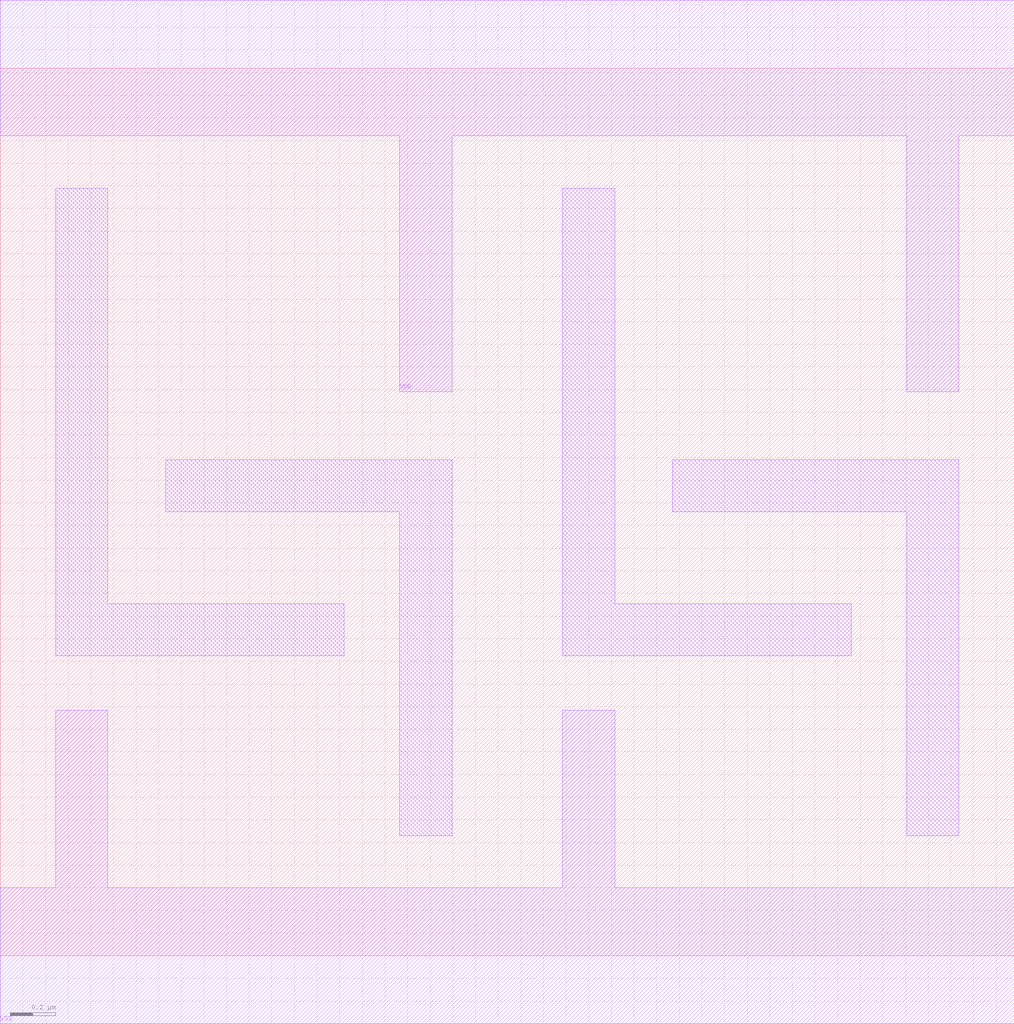
<source format=lef>
# Copyright 2022 GlobalFoundries PDK Authors
#
# Licensed under the Apache License, Version 2.0 (the "License");
# you may not use this file except in compliance with the License.
# You may obtain a copy of the License at
#
#      http://www.apache.org/licenses/LICENSE-2.0
#
# Unless required by applicable law or agreed to in writing, software
# distributed under the License is distributed on an "AS IS" BASIS,
# WITHOUT WARRANTIES OR CONDITIONS OF ANY KIND, either express or implied.
# See the License for the specific language governing permissions and
# limitations under the License.

MACRO gf180mcu_fd_sc_mcu7t5v0__fillcap_8
  CLASS core SPACER ;
  FOREIGN gf180mcu_fd_sc_mcu7t5v0__fillcap_8 0.0 0.0 ;
  ORIGIN 0 0 ;
  SYMMETRY X Y ;
  SITE GF018hv5v_mcu_sc7 ;
  SIZE 4.48 BY 3.92 ;
  PIN VDD
    DIRECTION INOUT ;
    USE power ;
    SHAPE ABUTMENT ;
    PORT
      LAYER Metal1 ;
        POLYGON 0 3.62 1.765 3.62 1.765 2.49 1.995 2.49 1.995 3.62 4.005 3.62 4.005 2.49 4.235 2.49 4.235 3.62 4.48 3.62 4.48 4.22 4.235 4.22 1.995 4.22 0 4.22  ;
    END
  END VDD
  PIN VSS
    DIRECTION INOUT ;
    USE ground ;
    SHAPE ABUTMENT ;
    PORT
      LAYER Metal1 ;
        POLYGON 0 -0.3 4.48 -0.3 4.48 0.3 2.715 0.3 2.715 1.085 2.485 1.085 2.485 0.3 0.475 0.3 0.475 1.085 0.245 1.085 0.245 0.3 0 0.3  ;
    END
  END VSS
  OBS
      LAYER Metal1 ;
        POLYGON 0.245 1.325 1.52 1.325 1.52 1.555 0.475 1.555 0.475 3.39 0.245 3.39  ;
        POLYGON 0.73 1.96 1.765 1.96 1.765 0.53 1.995 0.53 1.995 2.19 0.73 2.19  ;
        POLYGON 2.485 1.325 3.76 1.325 3.76 1.555 2.715 1.555 2.715 3.39 2.485 3.39  ;
        POLYGON 2.97 1.96 4.005 1.96 4.005 0.53 4.235 0.53 4.235 2.19 2.97 2.19  ;
  END
END gf180mcu_fd_sc_mcu7t5v0__fillcap_8

</source>
